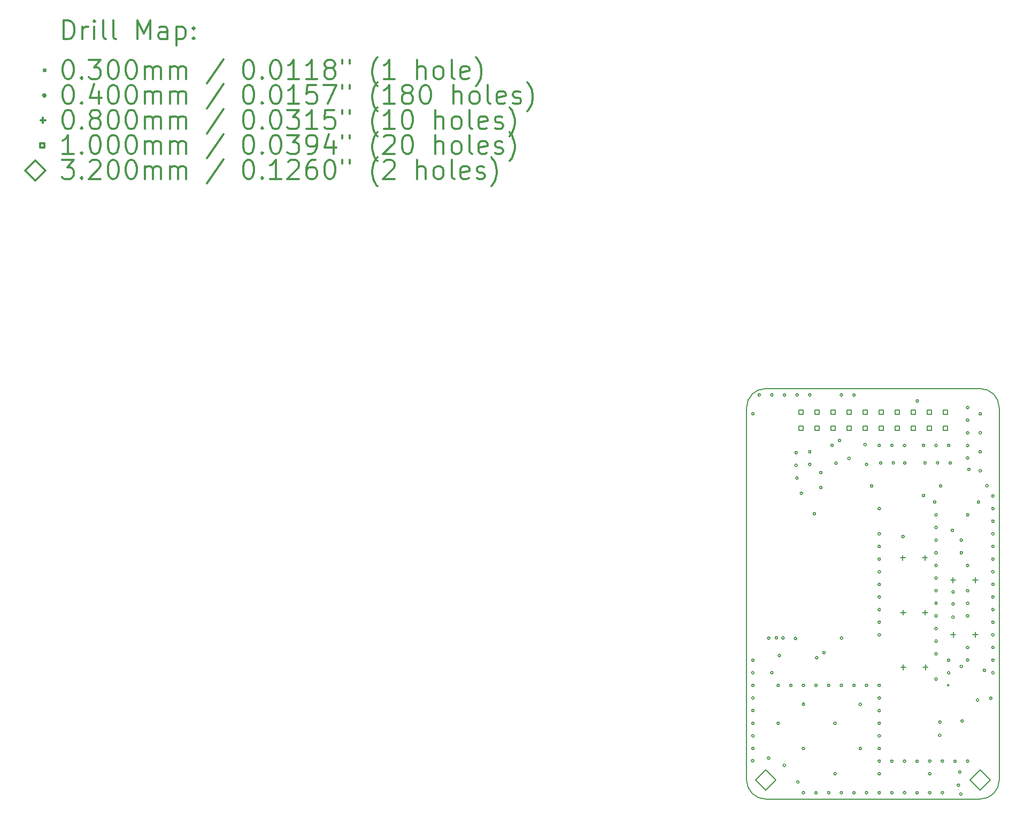
<source format=gbr>
%FSLAX45Y45*%
G04 Gerber Fmt 4.5, Leading zero omitted, Abs format (unit mm)*
G04 Created by KiCad (PCBNEW (5.1.10)-1) date 2022-01-19 13:12:00*
%MOMM*%
%LPD*%
G01*
G04 APERTURE LIST*
%TA.AperFunction,Profile*%
%ADD10C,0.150000*%
%TD*%
%ADD11C,0.200000*%
%ADD12C,0.300000*%
G04 APERTURE END LIST*
D10*
X-250000Y-6000000D02*
X1700000Y-6000000D01*
X-1200000Y-6000000D02*
X-250000Y-6000000D01*
X-1700000Y-6000000D02*
G75*
G02*
X-2000000Y-5700000I0J300000D01*
G01*
X2000000Y-5700000D02*
G75*
G02*
X1700000Y-6000000I-300000J0D01*
G01*
X1700000Y500000D02*
G75*
G02*
X2000000Y200000I0J-300000D01*
G01*
X-2000000Y200000D02*
G75*
G02*
X-1700000Y500000I300000J0D01*
G01*
X-2000000Y-5700000D02*
X-2000000Y200000D01*
X-1200000Y-6000000D02*
X-1700000Y-6000000D01*
X2000000Y200000D02*
X2000000Y-5700000D01*
X-1700000Y500000D02*
X1700000Y500000D01*
D11*
X1180578Y-4181080D02*
X1210578Y-4211080D01*
X1210578Y-4181080D02*
X1180578Y-4211080D01*
X-1883984Y-5393944D02*
G75*
G03*
X-1883984Y-5393944I-20000J0D01*
G01*
X-1880000Y100000D02*
G75*
G03*
X-1880000Y100000I-20000J0D01*
G01*
X-1880000Y-3800000D02*
G75*
G03*
X-1880000Y-3800000I-20000J0D01*
G01*
X-1880000Y-4000000D02*
G75*
G03*
X-1880000Y-4000000I-20000J0D01*
G01*
X-1880000Y-4200000D02*
G75*
G03*
X-1880000Y-4200000I-20000J0D01*
G01*
X-1880000Y-4400000D02*
G75*
G03*
X-1880000Y-4400000I-20000J0D01*
G01*
X-1880000Y-4600000D02*
G75*
G03*
X-1880000Y-4600000I-20000J0D01*
G01*
X-1880000Y-4800000D02*
G75*
G03*
X-1880000Y-4800000I-20000J0D01*
G01*
X-1880000Y-5000000D02*
G75*
G03*
X-1880000Y-5000000I-20000J0D01*
G01*
X-1880000Y-5200000D02*
G75*
G03*
X-1880000Y-5200000I-20000J0D01*
G01*
X-1780000Y400000D02*
G75*
G03*
X-1780000Y400000I-20000J0D01*
G01*
X-1630492Y-5352288D02*
G75*
G03*
X-1630492Y-5352288I-20000J0D01*
G01*
X-1628460Y-3452368D02*
G75*
G03*
X-1628460Y-3452368I-20000J0D01*
G01*
X-1580000Y400000D02*
G75*
G03*
X-1580000Y400000I-20000J0D01*
G01*
X-1580000Y-4000000D02*
G75*
G03*
X-1580000Y-4000000I-20000J0D01*
G01*
X-1507302Y-3448304D02*
G75*
G03*
X-1507302Y-3448304I-20000J0D01*
G01*
X-1480000Y-4200000D02*
G75*
G03*
X-1480000Y-4200000I-20000J0D01*
G01*
X-1480000Y-4800000D02*
G75*
G03*
X-1480000Y-4800000I-20000J0D01*
G01*
X-1461328Y-3728466D02*
G75*
G03*
X-1461328Y-3728466I-20000J0D01*
G01*
X-1403568Y-3448710D02*
G75*
G03*
X-1403568Y-3448710I-20000J0D01*
G01*
X-1383096Y-5466080D02*
G75*
G03*
X-1383096Y-5466080I-20000J0D01*
G01*
X-1380000Y400000D02*
G75*
G03*
X-1380000Y400000I-20000J0D01*
G01*
X-1280000Y-4200000D02*
G75*
G03*
X-1280000Y-4200000I-20000J0D01*
G01*
X-1205804Y-3458464D02*
G75*
G03*
X-1205804Y-3458464I-20000J0D01*
G01*
X-1196000Y-516000D02*
G75*
G03*
X-1196000Y-516000I-20000J0D01*
G01*
X-1196000Y-716000D02*
G75*
G03*
X-1196000Y-716000I-20000J0D01*
G01*
X-1183000Y-916000D02*
G75*
G03*
X-1183000Y-916000I-20000J0D01*
G01*
X-1180000Y400000D02*
G75*
G03*
X-1180000Y400000I-20000J0D01*
G01*
X-1168212Y-5729224D02*
G75*
G03*
X-1168212Y-5729224I-20000J0D01*
G01*
X-1111824Y-1158240D02*
G75*
G03*
X-1111824Y-1158240I-20000J0D01*
G01*
X-1080000Y-4200000D02*
G75*
G03*
X-1080000Y-4200000I-20000J0D01*
G01*
X-1080000Y-4500000D02*
G75*
G03*
X-1080000Y-4500000I-20000J0D01*
G01*
X-1080000Y-5200000D02*
G75*
G03*
X-1080000Y-5200000I-20000J0D01*
G01*
X-1080000Y-5900000D02*
G75*
G03*
X-1080000Y-5900000I-20000J0D01*
G01*
X-980000Y400000D02*
G75*
G03*
X-980000Y400000I-20000J0D01*
G01*
X-980000Y-500000D02*
G75*
G03*
X-980000Y-500000I-20000J0D01*
G01*
X-980000Y-700000D02*
G75*
G03*
X-980000Y-700000I-20000J0D01*
G01*
X-906084Y-1480820D02*
G75*
G03*
X-906084Y-1480820I-20000J0D01*
G01*
X-880000Y-4200000D02*
G75*
G03*
X-880000Y-4200000I-20000J0D01*
G01*
X-880000Y-5900000D02*
G75*
G03*
X-880000Y-5900000I-20000J0D01*
G01*
X-869790Y-3761712D02*
G75*
G03*
X-869790Y-3761712I-20000J0D01*
G01*
X-805500Y-1067308D02*
G75*
G03*
X-805500Y-1067308I-20000J0D01*
G01*
X-804484Y-830580D02*
G75*
G03*
X-804484Y-830580I-20000J0D01*
G01*
X-755716Y-3682492D02*
G75*
G03*
X-755716Y-3682492I-20000J0D01*
G01*
X-680000Y-4200000D02*
G75*
G03*
X-680000Y-4200000I-20000J0D01*
G01*
X-680000Y-5900000D02*
G75*
G03*
X-680000Y-5900000I-20000J0D01*
G01*
X-627700Y-396748D02*
G75*
G03*
X-627700Y-396748I-20000J0D01*
G01*
X-580000Y-4800000D02*
G75*
G03*
X-580000Y-4800000I-20000J0D01*
G01*
X-580000Y-5600000D02*
G75*
G03*
X-580000Y-5600000I-20000J0D01*
G01*
X-564708Y-679704D02*
G75*
G03*
X-564708Y-679704I-20000J0D01*
G01*
X-507812Y-323088D02*
G75*
G03*
X-507812Y-323088I-20000J0D01*
G01*
X-480000Y400000D02*
G75*
G03*
X-480000Y400000I-20000J0D01*
G01*
X-480000Y-4200000D02*
G75*
G03*
X-480000Y-4200000I-20000J0D01*
G01*
X-480000Y-5900000D02*
G75*
G03*
X-480000Y-5900000I-20000J0D01*
G01*
X-477332Y-3450844D02*
G75*
G03*
X-477332Y-3450844I-20000J0D01*
G01*
X-358460Y-606044D02*
G75*
G03*
X-358460Y-606044I-20000J0D01*
G01*
X-280000Y400000D02*
G75*
G03*
X-280000Y400000I-20000J0D01*
G01*
X-280000Y-4200000D02*
G75*
G03*
X-280000Y-4200000I-20000J0D01*
G01*
X-280000Y-5900000D02*
G75*
G03*
X-280000Y-5900000I-20000J0D01*
G01*
X-180000Y-4500000D02*
G75*
G03*
X-180000Y-4500000I-20000J0D01*
G01*
X-180000Y-5200000D02*
G75*
G03*
X-180000Y-5200000I-20000J0D01*
G01*
X-104460Y-385460D02*
G75*
G03*
X-104460Y-385460I-20000J0D01*
G01*
X-80000Y-700000D02*
G75*
G03*
X-80000Y-700000I-20000J0D01*
G01*
X-80000Y-4200000D02*
G75*
G03*
X-80000Y-4200000I-20000J0D01*
G01*
X-80000Y-5900000D02*
G75*
G03*
X-80000Y-5900000I-20000J0D01*
G01*
X-2000Y-1041000D02*
G75*
G03*
X-2000Y-1041000I-20000J0D01*
G01*
X120000Y-400000D02*
G75*
G03*
X120000Y-400000I-20000J0D01*
G01*
X120000Y-1400000D02*
G75*
G03*
X120000Y-1400000I-20000J0D01*
G01*
X120000Y-1800000D02*
G75*
G03*
X120000Y-1800000I-20000J0D01*
G01*
X120000Y-2000000D02*
G75*
G03*
X120000Y-2000000I-20000J0D01*
G01*
X120000Y-2200000D02*
G75*
G03*
X120000Y-2200000I-20000J0D01*
G01*
X120000Y-2400000D02*
G75*
G03*
X120000Y-2400000I-20000J0D01*
G01*
X120000Y-2600000D02*
G75*
G03*
X120000Y-2600000I-20000J0D01*
G01*
X120000Y-2800000D02*
G75*
G03*
X120000Y-2800000I-20000J0D01*
G01*
X120000Y-3000000D02*
G75*
G03*
X120000Y-3000000I-20000J0D01*
G01*
X120000Y-3200000D02*
G75*
G03*
X120000Y-3200000I-20000J0D01*
G01*
X120000Y-3400000D02*
G75*
G03*
X120000Y-3400000I-20000J0D01*
G01*
X120000Y-4200000D02*
G75*
G03*
X120000Y-4200000I-20000J0D01*
G01*
X120000Y-4400000D02*
G75*
G03*
X120000Y-4400000I-20000J0D01*
G01*
X120000Y-4600000D02*
G75*
G03*
X120000Y-4600000I-20000J0D01*
G01*
X120000Y-4800000D02*
G75*
G03*
X120000Y-4800000I-20000J0D01*
G01*
X120000Y-5000000D02*
G75*
G03*
X120000Y-5000000I-20000J0D01*
G01*
X120000Y-5200000D02*
G75*
G03*
X120000Y-5200000I-20000J0D01*
G01*
X120000Y-5400000D02*
G75*
G03*
X120000Y-5400000I-20000J0D01*
G01*
X120000Y-5600000D02*
G75*
G03*
X120000Y-5600000I-20000J0D01*
G01*
X120000Y-5900000D02*
G75*
G03*
X120000Y-5900000I-20000J0D01*
G01*
X144000Y-676000D02*
G75*
G03*
X144000Y-676000I-20000J0D01*
G01*
X320000Y-400000D02*
G75*
G03*
X320000Y-400000I-20000J0D01*
G01*
X320000Y-5400000D02*
G75*
G03*
X320000Y-5400000I-20000J0D01*
G01*
X320000Y-5900000D02*
G75*
G03*
X320000Y-5900000I-20000J0D01*
G01*
X344000Y-676000D02*
G75*
G03*
X344000Y-676000I-20000J0D01*
G01*
X497012Y-1843024D02*
G75*
G03*
X497012Y-1843024I-20000J0D01*
G01*
X520000Y-400000D02*
G75*
G03*
X520000Y-400000I-20000J0D01*
G01*
X520000Y-5400000D02*
G75*
G03*
X520000Y-5400000I-20000J0D01*
G01*
X520000Y-5900000D02*
G75*
G03*
X520000Y-5900000I-20000J0D01*
G01*
X525000Y-676000D02*
G75*
G03*
X525000Y-676000I-20000J0D01*
G01*
X720000Y-5400000D02*
G75*
G03*
X720000Y-5400000I-20000J0D01*
G01*
X720000Y-5900000D02*
G75*
G03*
X720000Y-5900000I-20000J0D01*
G01*
X722056Y304800D02*
G75*
G03*
X722056Y304800I-20000J0D01*
G01*
X820000Y-400000D02*
G75*
G03*
X820000Y-400000I-20000J0D01*
G01*
X822640Y-1193800D02*
G75*
G03*
X822640Y-1193800I-20000J0D01*
G01*
X844000Y-676000D02*
G75*
G03*
X844000Y-676000I-20000J0D01*
G01*
X920000Y-5400000D02*
G75*
G03*
X920000Y-5400000I-20000J0D01*
G01*
X920000Y-5600000D02*
G75*
G03*
X920000Y-5600000I-20000J0D01*
G01*
X920000Y-5900000D02*
G75*
G03*
X920000Y-5900000I-20000J0D01*
G01*
X999500Y-1294500D02*
G75*
G03*
X999500Y-1294500I-20000J0D01*
G01*
X1020000Y-400000D02*
G75*
G03*
X1020000Y-400000I-20000J0D01*
G01*
X1020000Y-1500000D02*
G75*
G03*
X1020000Y-1500000I-20000J0D01*
G01*
X1020000Y-1700000D02*
G75*
G03*
X1020000Y-1700000I-20000J0D01*
G01*
X1020000Y-1900000D02*
G75*
G03*
X1020000Y-1900000I-20000J0D01*
G01*
X1020000Y-2100000D02*
G75*
G03*
X1020000Y-2100000I-20000J0D01*
G01*
X1020000Y-2300000D02*
G75*
G03*
X1020000Y-2300000I-20000J0D01*
G01*
X1020000Y-2500000D02*
G75*
G03*
X1020000Y-2500000I-20000J0D01*
G01*
X1020000Y-2700000D02*
G75*
G03*
X1020000Y-2700000I-20000J0D01*
G01*
X1020000Y-2900000D02*
G75*
G03*
X1020000Y-2900000I-20000J0D01*
G01*
X1020000Y-3100000D02*
G75*
G03*
X1020000Y-3100000I-20000J0D01*
G01*
X1020000Y-3300000D02*
G75*
G03*
X1020000Y-3300000I-20000J0D01*
G01*
X1020000Y-3500000D02*
G75*
G03*
X1020000Y-3500000I-20000J0D01*
G01*
X1020000Y-3700000D02*
G75*
G03*
X1020000Y-3700000I-20000J0D01*
G01*
X1020000Y-4100000D02*
G75*
G03*
X1020000Y-4100000I-20000J0D01*
G01*
X1044000Y-676000D02*
G75*
G03*
X1044000Y-676000I-20000J0D01*
G01*
X1078164Y-4991100D02*
G75*
G03*
X1078164Y-4991100I-20000J0D01*
G01*
X1080958Y-4780788D02*
G75*
G03*
X1080958Y-4780788I-20000J0D01*
G01*
X1092000Y-1041000D02*
G75*
G03*
X1092000Y-1041000I-20000J0D01*
G01*
X1120000Y-5400000D02*
G75*
G03*
X1120000Y-5400000I-20000J0D01*
G01*
X1120000Y-5900000D02*
G75*
G03*
X1120000Y-5900000I-20000J0D01*
G01*
X1220000Y-400000D02*
G75*
G03*
X1220000Y-400000I-20000J0D01*
G01*
X1220000Y-3800000D02*
G75*
G03*
X1220000Y-3800000I-20000J0D01*
G01*
X1220000Y-4000000D02*
G75*
G03*
X1220000Y-4000000I-20000J0D01*
G01*
X1244000Y-676000D02*
G75*
G03*
X1244000Y-676000I-20000J0D01*
G01*
X1279000Y-1746000D02*
G75*
G03*
X1279000Y-1746000I-20000J0D01*
G01*
X1290000Y-2720000D02*
G75*
G03*
X1290000Y-2720000I-20000J0D01*
G01*
X1290000Y-2910000D02*
G75*
G03*
X1290000Y-2910000I-20000J0D01*
G01*
X1290000Y-3120000D02*
G75*
G03*
X1290000Y-3120000I-20000J0D01*
G01*
X1320000Y-5400000D02*
G75*
G03*
X1320000Y-5400000I-20000J0D01*
G01*
X1373820Y-5781040D02*
G75*
G03*
X1373820Y-5781040I-20000J0D01*
G01*
X1396680Y-5573776D02*
G75*
G03*
X1396680Y-5573776I-20000J0D01*
G01*
X1412936Y-5923280D02*
G75*
G03*
X1412936Y-5923280I-20000J0D01*
G01*
X1420000Y-1900000D02*
G75*
G03*
X1420000Y-1900000I-20000J0D01*
G01*
X1420000Y-2100000D02*
G75*
G03*
X1420000Y-2100000I-20000J0D01*
G01*
X1420000Y-3900000D02*
G75*
G03*
X1420000Y-3900000I-20000J0D01*
G01*
X1433764Y-4763516D02*
G75*
G03*
X1433764Y-4763516I-20000J0D01*
G01*
X1520000Y200000D02*
G75*
G03*
X1520000Y200000I-20000J0D01*
G01*
X1520000Y0D02*
G75*
G03*
X1520000Y0I-20000J0D01*
G01*
X1520000Y-200000D02*
G75*
G03*
X1520000Y-200000I-20000J0D01*
G01*
X1520000Y-400000D02*
G75*
G03*
X1520000Y-400000I-20000J0D01*
G01*
X1520000Y-600000D02*
G75*
G03*
X1520000Y-600000I-20000J0D01*
G01*
X1520000Y-2300000D02*
G75*
G03*
X1520000Y-2300000I-20000J0D01*
G01*
X1520000Y-2700000D02*
G75*
G03*
X1520000Y-2700000I-20000J0D01*
G01*
X1520000Y-2900000D02*
G75*
G03*
X1520000Y-2900000I-20000J0D01*
G01*
X1520000Y-3100000D02*
G75*
G03*
X1520000Y-3100000I-20000J0D01*
G01*
X1520000Y-3600000D02*
G75*
G03*
X1520000Y-3600000I-20000J0D01*
G01*
X1520000Y-3800000D02*
G75*
G03*
X1520000Y-3800000I-20000J0D01*
G01*
X1520000Y-5400000D02*
G75*
G03*
X1520000Y-5400000I-20000J0D01*
G01*
X1521146Y-1498854D02*
G75*
G03*
X1521146Y-1498854I-20000J0D01*
G01*
X1541500Y-778500D02*
G75*
G03*
X1541500Y-778500I-20000J0D01*
G01*
X1677096Y-4432300D02*
G75*
G03*
X1677096Y-4432300I-20000J0D01*
G01*
X1691000Y-1296000D02*
G75*
G03*
X1691000Y-1296000I-20000J0D01*
G01*
X1720000Y100000D02*
G75*
G03*
X1720000Y100000I-20000J0D01*
G01*
X1720000Y-200000D02*
G75*
G03*
X1720000Y-200000I-20000J0D01*
G01*
X1720000Y-500000D02*
G75*
G03*
X1720000Y-500000I-20000J0D01*
G01*
X1720000Y-800000D02*
G75*
G03*
X1720000Y-800000I-20000J0D01*
G01*
X1784792Y-3961384D02*
G75*
G03*
X1784792Y-3961384I-20000J0D01*
G01*
X1826000Y-1038000D02*
G75*
G03*
X1826000Y-1038000I-20000J0D01*
G01*
X1888424Y-4404868D02*
G75*
G03*
X1888424Y-4404868I-20000J0D01*
G01*
X1920000Y-1200000D02*
G75*
G03*
X1920000Y-1200000I-20000J0D01*
G01*
X1920000Y-1400000D02*
G75*
G03*
X1920000Y-1400000I-20000J0D01*
G01*
X1920000Y-1600000D02*
G75*
G03*
X1920000Y-1600000I-20000J0D01*
G01*
X1920000Y-1800000D02*
G75*
G03*
X1920000Y-1800000I-20000J0D01*
G01*
X1920000Y-2000000D02*
G75*
G03*
X1920000Y-2000000I-20000J0D01*
G01*
X1920000Y-2200000D02*
G75*
G03*
X1920000Y-2200000I-20000J0D01*
G01*
X1920000Y-2400000D02*
G75*
G03*
X1920000Y-2400000I-20000J0D01*
G01*
X1920000Y-2600000D02*
G75*
G03*
X1920000Y-2600000I-20000J0D01*
G01*
X1920000Y-2800000D02*
G75*
G03*
X1920000Y-2800000I-20000J0D01*
G01*
X1920000Y-3000000D02*
G75*
G03*
X1920000Y-3000000I-20000J0D01*
G01*
X1920000Y-3200000D02*
G75*
G03*
X1920000Y-3200000I-20000J0D01*
G01*
X1920000Y-3400000D02*
G75*
G03*
X1920000Y-3400000I-20000J0D01*
G01*
X1920000Y-3600000D02*
G75*
G03*
X1920000Y-3600000I-20000J0D01*
G01*
X1920000Y-3800000D02*
G75*
G03*
X1920000Y-3800000I-20000J0D01*
G01*
X1920000Y-4000000D02*
G75*
G03*
X1920000Y-4000000I-20000J0D01*
G01*
X473976Y-2139828D02*
X473976Y-2219828D01*
X433976Y-2179828D02*
X513976Y-2179828D01*
X478040Y-3005714D02*
X478040Y-3085714D01*
X438040Y-3045714D02*
X518040Y-3045714D01*
X481584Y-3871600D02*
X481584Y-3951600D01*
X441584Y-3911600D02*
X521584Y-3911600D01*
X823976Y-2139828D02*
X823976Y-2219828D01*
X783976Y-2179828D02*
X863976Y-2179828D01*
X828040Y-3005714D02*
X828040Y-3085714D01*
X788040Y-3045714D02*
X868040Y-3045714D01*
X831584Y-3871600D02*
X831584Y-3951600D01*
X791584Y-3911600D02*
X871584Y-3911600D01*
X1270254Y-2491872D02*
X1270254Y-2571872D01*
X1230254Y-2531872D02*
X1310254Y-2531872D01*
X1272286Y-3356234D02*
X1272286Y-3436234D01*
X1232286Y-3396234D02*
X1312286Y-3396234D01*
X1620254Y-2491872D02*
X1620254Y-2571872D01*
X1580254Y-2531872D02*
X1660254Y-2531872D01*
X1622286Y-3356234D02*
X1622286Y-3436234D01*
X1582286Y-3396234D02*
X1662286Y-3396234D01*
X-1105104Y89104D02*
X-1105104Y159816D01*
X-1175816Y159816D01*
X-1175816Y89104D01*
X-1105104Y89104D01*
X-1105104Y-164896D02*
X-1105104Y-94184D01*
X-1175816Y-94184D01*
X-1175816Y-164896D01*
X-1105104Y-164896D01*
X-851104Y89104D02*
X-851104Y159816D01*
X-921816Y159816D01*
X-921816Y89104D01*
X-851104Y89104D01*
X-851104Y-164896D02*
X-851104Y-94184D01*
X-921816Y-94184D01*
X-921816Y-164896D01*
X-851104Y-164896D01*
X-597104Y89104D02*
X-597104Y159816D01*
X-667816Y159816D01*
X-667816Y89104D01*
X-597104Y89104D01*
X-597104Y-164896D02*
X-597104Y-94184D01*
X-667816Y-94184D01*
X-667816Y-164896D01*
X-597104Y-164896D01*
X-343104Y89104D02*
X-343104Y159816D01*
X-413816Y159816D01*
X-413816Y89104D01*
X-343104Y89104D01*
X-343104Y-164896D02*
X-343104Y-94184D01*
X-413816Y-94184D01*
X-413816Y-164896D01*
X-343104Y-164896D01*
X-89104Y89104D02*
X-89104Y159816D01*
X-159816Y159816D01*
X-159816Y89104D01*
X-89104Y89104D01*
X-89104Y-164896D02*
X-89104Y-94184D01*
X-159816Y-94184D01*
X-159816Y-164896D01*
X-89104Y-164896D01*
X164896Y89104D02*
X164896Y159816D01*
X94184Y159816D01*
X94184Y89104D01*
X164896Y89104D01*
X164896Y-164896D02*
X164896Y-94184D01*
X94184Y-94184D01*
X94184Y-164896D01*
X164896Y-164896D01*
X418896Y89104D02*
X418896Y159816D01*
X348184Y159816D01*
X348184Y89104D01*
X418896Y89104D01*
X418896Y-164896D02*
X418896Y-94184D01*
X348184Y-94184D01*
X348184Y-164896D01*
X418896Y-164896D01*
X672896Y89104D02*
X672896Y159816D01*
X602184Y159816D01*
X602184Y89104D01*
X672896Y89104D01*
X672896Y-164896D02*
X672896Y-94184D01*
X602184Y-94184D01*
X602184Y-164896D01*
X672896Y-164896D01*
X926896Y89104D02*
X926896Y159816D01*
X856184Y159816D01*
X856184Y89104D01*
X926896Y89104D01*
X926896Y-164896D02*
X926896Y-94184D01*
X856184Y-94184D01*
X856184Y-164896D01*
X926896Y-164896D01*
X1180896Y89104D02*
X1180896Y159816D01*
X1110184Y159816D01*
X1110184Y89104D01*
X1180896Y89104D01*
X1180896Y-164896D02*
X1180896Y-94184D01*
X1110184Y-94184D01*
X1110184Y-164896D01*
X1180896Y-164896D01*
X-1700000Y-5860000D02*
X-1540000Y-5700000D01*
X-1700000Y-5540000D01*
X-1860000Y-5700000D01*
X-1700000Y-5860000D01*
X1700000Y-5860000D02*
X1860000Y-5700000D01*
X1700000Y-5540000D01*
X1540000Y-5700000D01*
X1700000Y-5860000D01*
D12*
X-12813571Y6034286D02*
X-12813571Y6334286D01*
X-12742143Y6334286D01*
X-12699286Y6320000D01*
X-12670714Y6291429D01*
X-12656429Y6262857D01*
X-12642143Y6205714D01*
X-12642143Y6162857D01*
X-12656429Y6105714D01*
X-12670714Y6077143D01*
X-12699286Y6048571D01*
X-12742143Y6034286D01*
X-12813571Y6034286D01*
X-12513571Y6034286D02*
X-12513571Y6234286D01*
X-12513571Y6177143D02*
X-12499286Y6205714D01*
X-12485000Y6220000D01*
X-12456429Y6234286D01*
X-12427857Y6234286D01*
X-12327857Y6034286D02*
X-12327857Y6234286D01*
X-12327857Y6334286D02*
X-12342143Y6320000D01*
X-12327857Y6305714D01*
X-12313571Y6320000D01*
X-12327857Y6334286D01*
X-12327857Y6305714D01*
X-12142143Y6034286D02*
X-12170714Y6048571D01*
X-12185000Y6077143D01*
X-12185000Y6334286D01*
X-11985000Y6034286D02*
X-12013571Y6048571D01*
X-12027857Y6077143D01*
X-12027857Y6334286D01*
X-11642143Y6034286D02*
X-11642143Y6334286D01*
X-11542143Y6120000D01*
X-11442143Y6334286D01*
X-11442143Y6034286D01*
X-11170714Y6034286D02*
X-11170714Y6191429D01*
X-11185000Y6220000D01*
X-11213571Y6234286D01*
X-11270714Y6234286D01*
X-11299286Y6220000D01*
X-11170714Y6048571D02*
X-11199286Y6034286D01*
X-11270714Y6034286D01*
X-11299286Y6048571D01*
X-11313571Y6077143D01*
X-11313571Y6105714D01*
X-11299286Y6134286D01*
X-11270714Y6148571D01*
X-11199286Y6148571D01*
X-11170714Y6162857D01*
X-11027857Y6234286D02*
X-11027857Y5934286D01*
X-11027857Y6220000D02*
X-10999286Y6234286D01*
X-10942143Y6234286D01*
X-10913572Y6220000D01*
X-10899286Y6205714D01*
X-10885000Y6177143D01*
X-10885000Y6091429D01*
X-10899286Y6062857D01*
X-10913572Y6048571D01*
X-10942143Y6034286D01*
X-10999286Y6034286D01*
X-11027857Y6048571D01*
X-10756429Y6062857D02*
X-10742143Y6048571D01*
X-10756429Y6034286D01*
X-10770714Y6048571D01*
X-10756429Y6062857D01*
X-10756429Y6034286D01*
X-10756429Y6220000D02*
X-10742143Y6205714D01*
X-10756429Y6191429D01*
X-10770714Y6205714D01*
X-10756429Y6220000D01*
X-10756429Y6191429D01*
X-13130000Y5555000D02*
X-13100000Y5525000D01*
X-13100000Y5555000D02*
X-13130000Y5525000D01*
X-12756429Y5704286D02*
X-12727857Y5704286D01*
X-12699286Y5690000D01*
X-12685000Y5675714D01*
X-12670714Y5647143D01*
X-12656429Y5590000D01*
X-12656429Y5518572D01*
X-12670714Y5461429D01*
X-12685000Y5432857D01*
X-12699286Y5418572D01*
X-12727857Y5404286D01*
X-12756429Y5404286D01*
X-12785000Y5418572D01*
X-12799286Y5432857D01*
X-12813571Y5461429D01*
X-12827857Y5518572D01*
X-12827857Y5590000D01*
X-12813571Y5647143D01*
X-12799286Y5675714D01*
X-12785000Y5690000D01*
X-12756429Y5704286D01*
X-12527857Y5432857D02*
X-12513571Y5418572D01*
X-12527857Y5404286D01*
X-12542143Y5418572D01*
X-12527857Y5432857D01*
X-12527857Y5404286D01*
X-12413571Y5704286D02*
X-12227857Y5704286D01*
X-12327857Y5590000D01*
X-12285000Y5590000D01*
X-12256429Y5575714D01*
X-12242143Y5561429D01*
X-12227857Y5532857D01*
X-12227857Y5461429D01*
X-12242143Y5432857D01*
X-12256429Y5418572D01*
X-12285000Y5404286D01*
X-12370714Y5404286D01*
X-12399286Y5418572D01*
X-12413571Y5432857D01*
X-12042143Y5704286D02*
X-12013571Y5704286D01*
X-11985000Y5690000D01*
X-11970714Y5675714D01*
X-11956429Y5647143D01*
X-11942143Y5590000D01*
X-11942143Y5518572D01*
X-11956429Y5461429D01*
X-11970714Y5432857D01*
X-11985000Y5418572D01*
X-12013571Y5404286D01*
X-12042143Y5404286D01*
X-12070714Y5418572D01*
X-12085000Y5432857D01*
X-12099286Y5461429D01*
X-12113571Y5518572D01*
X-12113571Y5590000D01*
X-12099286Y5647143D01*
X-12085000Y5675714D01*
X-12070714Y5690000D01*
X-12042143Y5704286D01*
X-11756429Y5704286D02*
X-11727857Y5704286D01*
X-11699286Y5690000D01*
X-11685000Y5675714D01*
X-11670714Y5647143D01*
X-11656429Y5590000D01*
X-11656429Y5518572D01*
X-11670714Y5461429D01*
X-11685000Y5432857D01*
X-11699286Y5418572D01*
X-11727857Y5404286D01*
X-11756429Y5404286D01*
X-11785000Y5418572D01*
X-11799286Y5432857D01*
X-11813571Y5461429D01*
X-11827857Y5518572D01*
X-11827857Y5590000D01*
X-11813571Y5647143D01*
X-11799286Y5675714D01*
X-11785000Y5690000D01*
X-11756429Y5704286D01*
X-11527857Y5404286D02*
X-11527857Y5604286D01*
X-11527857Y5575714D02*
X-11513571Y5590000D01*
X-11485000Y5604286D01*
X-11442143Y5604286D01*
X-11413571Y5590000D01*
X-11399286Y5561429D01*
X-11399286Y5404286D01*
X-11399286Y5561429D02*
X-11385000Y5590000D01*
X-11356429Y5604286D01*
X-11313571Y5604286D01*
X-11285000Y5590000D01*
X-11270714Y5561429D01*
X-11270714Y5404286D01*
X-11127857Y5404286D02*
X-11127857Y5604286D01*
X-11127857Y5575714D02*
X-11113572Y5590000D01*
X-11085000Y5604286D01*
X-11042143Y5604286D01*
X-11013572Y5590000D01*
X-10999286Y5561429D01*
X-10999286Y5404286D01*
X-10999286Y5561429D02*
X-10985000Y5590000D01*
X-10956429Y5604286D01*
X-10913572Y5604286D01*
X-10885000Y5590000D01*
X-10870714Y5561429D01*
X-10870714Y5404286D01*
X-10285000Y5718571D02*
X-10542143Y5332857D01*
X-9899286Y5704286D02*
X-9870714Y5704286D01*
X-9842143Y5690000D01*
X-9827857Y5675714D01*
X-9813572Y5647143D01*
X-9799286Y5590000D01*
X-9799286Y5518572D01*
X-9813572Y5461429D01*
X-9827857Y5432857D01*
X-9842143Y5418572D01*
X-9870714Y5404286D01*
X-9899286Y5404286D01*
X-9927857Y5418572D01*
X-9942143Y5432857D01*
X-9956429Y5461429D01*
X-9970714Y5518572D01*
X-9970714Y5590000D01*
X-9956429Y5647143D01*
X-9942143Y5675714D01*
X-9927857Y5690000D01*
X-9899286Y5704286D01*
X-9670714Y5432857D02*
X-9656429Y5418572D01*
X-9670714Y5404286D01*
X-9685000Y5418572D01*
X-9670714Y5432857D01*
X-9670714Y5404286D01*
X-9470714Y5704286D02*
X-9442143Y5704286D01*
X-9413572Y5690000D01*
X-9399286Y5675714D01*
X-9385000Y5647143D01*
X-9370714Y5590000D01*
X-9370714Y5518572D01*
X-9385000Y5461429D01*
X-9399286Y5432857D01*
X-9413572Y5418572D01*
X-9442143Y5404286D01*
X-9470714Y5404286D01*
X-9499286Y5418572D01*
X-9513572Y5432857D01*
X-9527857Y5461429D01*
X-9542143Y5518572D01*
X-9542143Y5590000D01*
X-9527857Y5647143D01*
X-9513572Y5675714D01*
X-9499286Y5690000D01*
X-9470714Y5704286D01*
X-9085000Y5404286D02*
X-9256429Y5404286D01*
X-9170714Y5404286D02*
X-9170714Y5704286D01*
X-9199286Y5661429D01*
X-9227857Y5632857D01*
X-9256429Y5618571D01*
X-8799286Y5404286D02*
X-8970714Y5404286D01*
X-8885000Y5404286D02*
X-8885000Y5704286D01*
X-8913572Y5661429D01*
X-8942143Y5632857D01*
X-8970714Y5618571D01*
X-8627857Y5575714D02*
X-8656429Y5590000D01*
X-8670714Y5604286D01*
X-8685000Y5632857D01*
X-8685000Y5647143D01*
X-8670714Y5675714D01*
X-8656429Y5690000D01*
X-8627857Y5704286D01*
X-8570714Y5704286D01*
X-8542143Y5690000D01*
X-8527857Y5675714D01*
X-8513572Y5647143D01*
X-8513572Y5632857D01*
X-8527857Y5604286D01*
X-8542143Y5590000D01*
X-8570714Y5575714D01*
X-8627857Y5575714D01*
X-8656429Y5561429D01*
X-8670714Y5547143D01*
X-8685000Y5518572D01*
X-8685000Y5461429D01*
X-8670714Y5432857D01*
X-8656429Y5418572D01*
X-8627857Y5404286D01*
X-8570714Y5404286D01*
X-8542143Y5418572D01*
X-8527857Y5432857D01*
X-8513572Y5461429D01*
X-8513572Y5518572D01*
X-8527857Y5547143D01*
X-8542143Y5561429D01*
X-8570714Y5575714D01*
X-8399286Y5704286D02*
X-8399286Y5647143D01*
X-8285000Y5704286D02*
X-8285000Y5647143D01*
X-7842143Y5290000D02*
X-7856429Y5304286D01*
X-7885000Y5347143D01*
X-7899286Y5375714D01*
X-7913571Y5418572D01*
X-7927857Y5490000D01*
X-7927857Y5547143D01*
X-7913571Y5618571D01*
X-7899286Y5661429D01*
X-7885000Y5690000D01*
X-7856429Y5732857D01*
X-7842143Y5747143D01*
X-7570714Y5404286D02*
X-7742143Y5404286D01*
X-7656429Y5404286D02*
X-7656429Y5704286D01*
X-7685000Y5661429D01*
X-7713571Y5632857D01*
X-7742143Y5618571D01*
X-7213571Y5404286D02*
X-7213571Y5704286D01*
X-7085000Y5404286D02*
X-7085000Y5561429D01*
X-7099286Y5590000D01*
X-7127857Y5604286D01*
X-7170714Y5604286D01*
X-7199286Y5590000D01*
X-7213571Y5575714D01*
X-6899286Y5404286D02*
X-6927857Y5418572D01*
X-6942143Y5432857D01*
X-6956429Y5461429D01*
X-6956429Y5547143D01*
X-6942143Y5575714D01*
X-6927857Y5590000D01*
X-6899286Y5604286D01*
X-6856429Y5604286D01*
X-6827857Y5590000D01*
X-6813571Y5575714D01*
X-6799286Y5547143D01*
X-6799286Y5461429D01*
X-6813571Y5432857D01*
X-6827857Y5418572D01*
X-6856429Y5404286D01*
X-6899286Y5404286D01*
X-6627857Y5404286D02*
X-6656429Y5418572D01*
X-6670714Y5447143D01*
X-6670714Y5704286D01*
X-6399286Y5418572D02*
X-6427857Y5404286D01*
X-6485000Y5404286D01*
X-6513571Y5418572D01*
X-6527857Y5447143D01*
X-6527857Y5561429D01*
X-6513571Y5590000D01*
X-6485000Y5604286D01*
X-6427857Y5604286D01*
X-6399286Y5590000D01*
X-6385000Y5561429D01*
X-6385000Y5532857D01*
X-6527857Y5504286D01*
X-6285000Y5290000D02*
X-6270714Y5304286D01*
X-6242143Y5347143D01*
X-6227857Y5375714D01*
X-6213571Y5418572D01*
X-6199286Y5490000D01*
X-6199286Y5547143D01*
X-6213571Y5618571D01*
X-6227857Y5661429D01*
X-6242143Y5690000D01*
X-6270714Y5732857D01*
X-6285000Y5747143D01*
X-13100000Y5144000D02*
G75*
G03*
X-13100000Y5144000I-20000J0D01*
G01*
X-12756429Y5308286D02*
X-12727857Y5308286D01*
X-12699286Y5294000D01*
X-12685000Y5279714D01*
X-12670714Y5251143D01*
X-12656429Y5194000D01*
X-12656429Y5122572D01*
X-12670714Y5065429D01*
X-12685000Y5036857D01*
X-12699286Y5022572D01*
X-12727857Y5008286D01*
X-12756429Y5008286D01*
X-12785000Y5022572D01*
X-12799286Y5036857D01*
X-12813571Y5065429D01*
X-12827857Y5122572D01*
X-12827857Y5194000D01*
X-12813571Y5251143D01*
X-12799286Y5279714D01*
X-12785000Y5294000D01*
X-12756429Y5308286D01*
X-12527857Y5036857D02*
X-12513571Y5022572D01*
X-12527857Y5008286D01*
X-12542143Y5022572D01*
X-12527857Y5036857D01*
X-12527857Y5008286D01*
X-12256429Y5208286D02*
X-12256429Y5008286D01*
X-12327857Y5322572D02*
X-12399286Y5108286D01*
X-12213571Y5108286D01*
X-12042143Y5308286D02*
X-12013571Y5308286D01*
X-11985000Y5294000D01*
X-11970714Y5279714D01*
X-11956429Y5251143D01*
X-11942143Y5194000D01*
X-11942143Y5122572D01*
X-11956429Y5065429D01*
X-11970714Y5036857D01*
X-11985000Y5022572D01*
X-12013571Y5008286D01*
X-12042143Y5008286D01*
X-12070714Y5022572D01*
X-12085000Y5036857D01*
X-12099286Y5065429D01*
X-12113571Y5122572D01*
X-12113571Y5194000D01*
X-12099286Y5251143D01*
X-12085000Y5279714D01*
X-12070714Y5294000D01*
X-12042143Y5308286D01*
X-11756429Y5308286D02*
X-11727857Y5308286D01*
X-11699286Y5294000D01*
X-11685000Y5279714D01*
X-11670714Y5251143D01*
X-11656429Y5194000D01*
X-11656429Y5122572D01*
X-11670714Y5065429D01*
X-11685000Y5036857D01*
X-11699286Y5022572D01*
X-11727857Y5008286D01*
X-11756429Y5008286D01*
X-11785000Y5022572D01*
X-11799286Y5036857D01*
X-11813571Y5065429D01*
X-11827857Y5122572D01*
X-11827857Y5194000D01*
X-11813571Y5251143D01*
X-11799286Y5279714D01*
X-11785000Y5294000D01*
X-11756429Y5308286D01*
X-11527857Y5008286D02*
X-11527857Y5208286D01*
X-11527857Y5179714D02*
X-11513571Y5194000D01*
X-11485000Y5208286D01*
X-11442143Y5208286D01*
X-11413571Y5194000D01*
X-11399286Y5165429D01*
X-11399286Y5008286D01*
X-11399286Y5165429D02*
X-11385000Y5194000D01*
X-11356429Y5208286D01*
X-11313571Y5208286D01*
X-11285000Y5194000D01*
X-11270714Y5165429D01*
X-11270714Y5008286D01*
X-11127857Y5008286D02*
X-11127857Y5208286D01*
X-11127857Y5179714D02*
X-11113572Y5194000D01*
X-11085000Y5208286D01*
X-11042143Y5208286D01*
X-11013572Y5194000D01*
X-10999286Y5165429D01*
X-10999286Y5008286D01*
X-10999286Y5165429D02*
X-10985000Y5194000D01*
X-10956429Y5208286D01*
X-10913572Y5208286D01*
X-10885000Y5194000D01*
X-10870714Y5165429D01*
X-10870714Y5008286D01*
X-10285000Y5322572D02*
X-10542143Y4936857D01*
X-9899286Y5308286D02*
X-9870714Y5308286D01*
X-9842143Y5294000D01*
X-9827857Y5279714D01*
X-9813572Y5251143D01*
X-9799286Y5194000D01*
X-9799286Y5122572D01*
X-9813572Y5065429D01*
X-9827857Y5036857D01*
X-9842143Y5022572D01*
X-9870714Y5008286D01*
X-9899286Y5008286D01*
X-9927857Y5022572D01*
X-9942143Y5036857D01*
X-9956429Y5065429D01*
X-9970714Y5122572D01*
X-9970714Y5194000D01*
X-9956429Y5251143D01*
X-9942143Y5279714D01*
X-9927857Y5294000D01*
X-9899286Y5308286D01*
X-9670714Y5036857D02*
X-9656429Y5022572D01*
X-9670714Y5008286D01*
X-9685000Y5022572D01*
X-9670714Y5036857D01*
X-9670714Y5008286D01*
X-9470714Y5308286D02*
X-9442143Y5308286D01*
X-9413572Y5294000D01*
X-9399286Y5279714D01*
X-9385000Y5251143D01*
X-9370714Y5194000D01*
X-9370714Y5122572D01*
X-9385000Y5065429D01*
X-9399286Y5036857D01*
X-9413572Y5022572D01*
X-9442143Y5008286D01*
X-9470714Y5008286D01*
X-9499286Y5022572D01*
X-9513572Y5036857D01*
X-9527857Y5065429D01*
X-9542143Y5122572D01*
X-9542143Y5194000D01*
X-9527857Y5251143D01*
X-9513572Y5279714D01*
X-9499286Y5294000D01*
X-9470714Y5308286D01*
X-9085000Y5008286D02*
X-9256429Y5008286D01*
X-9170714Y5008286D02*
X-9170714Y5308286D01*
X-9199286Y5265429D01*
X-9227857Y5236857D01*
X-9256429Y5222572D01*
X-8813572Y5308286D02*
X-8956429Y5308286D01*
X-8970714Y5165429D01*
X-8956429Y5179714D01*
X-8927857Y5194000D01*
X-8856429Y5194000D01*
X-8827857Y5179714D01*
X-8813572Y5165429D01*
X-8799286Y5136857D01*
X-8799286Y5065429D01*
X-8813572Y5036857D01*
X-8827857Y5022572D01*
X-8856429Y5008286D01*
X-8927857Y5008286D01*
X-8956429Y5022572D01*
X-8970714Y5036857D01*
X-8699286Y5308286D02*
X-8499286Y5308286D01*
X-8627857Y5008286D01*
X-8399286Y5308286D02*
X-8399286Y5251143D01*
X-8285000Y5308286D02*
X-8285000Y5251143D01*
X-7842143Y4894000D02*
X-7856429Y4908286D01*
X-7885000Y4951143D01*
X-7899286Y4979714D01*
X-7913571Y5022572D01*
X-7927857Y5094000D01*
X-7927857Y5151143D01*
X-7913571Y5222572D01*
X-7899286Y5265429D01*
X-7885000Y5294000D01*
X-7856429Y5336857D01*
X-7842143Y5351143D01*
X-7570714Y5008286D02*
X-7742143Y5008286D01*
X-7656429Y5008286D02*
X-7656429Y5308286D01*
X-7685000Y5265429D01*
X-7713571Y5236857D01*
X-7742143Y5222572D01*
X-7399286Y5179714D02*
X-7427857Y5194000D01*
X-7442143Y5208286D01*
X-7456429Y5236857D01*
X-7456429Y5251143D01*
X-7442143Y5279714D01*
X-7427857Y5294000D01*
X-7399286Y5308286D01*
X-7342143Y5308286D01*
X-7313571Y5294000D01*
X-7299286Y5279714D01*
X-7285000Y5251143D01*
X-7285000Y5236857D01*
X-7299286Y5208286D01*
X-7313571Y5194000D01*
X-7342143Y5179714D01*
X-7399286Y5179714D01*
X-7427857Y5165429D01*
X-7442143Y5151143D01*
X-7456429Y5122572D01*
X-7456429Y5065429D01*
X-7442143Y5036857D01*
X-7427857Y5022572D01*
X-7399286Y5008286D01*
X-7342143Y5008286D01*
X-7313571Y5022572D01*
X-7299286Y5036857D01*
X-7285000Y5065429D01*
X-7285000Y5122572D01*
X-7299286Y5151143D01*
X-7313571Y5165429D01*
X-7342143Y5179714D01*
X-7099286Y5308286D02*
X-7070714Y5308286D01*
X-7042143Y5294000D01*
X-7027857Y5279714D01*
X-7013571Y5251143D01*
X-6999286Y5194000D01*
X-6999286Y5122572D01*
X-7013571Y5065429D01*
X-7027857Y5036857D01*
X-7042143Y5022572D01*
X-7070714Y5008286D01*
X-7099286Y5008286D01*
X-7127857Y5022572D01*
X-7142143Y5036857D01*
X-7156429Y5065429D01*
X-7170714Y5122572D01*
X-7170714Y5194000D01*
X-7156429Y5251143D01*
X-7142143Y5279714D01*
X-7127857Y5294000D01*
X-7099286Y5308286D01*
X-6642143Y5008286D02*
X-6642143Y5308286D01*
X-6513571Y5008286D02*
X-6513571Y5165429D01*
X-6527857Y5194000D01*
X-6556429Y5208286D01*
X-6599286Y5208286D01*
X-6627857Y5194000D01*
X-6642143Y5179714D01*
X-6327857Y5008286D02*
X-6356429Y5022572D01*
X-6370714Y5036857D01*
X-6385000Y5065429D01*
X-6385000Y5151143D01*
X-6370714Y5179714D01*
X-6356429Y5194000D01*
X-6327857Y5208286D01*
X-6285000Y5208286D01*
X-6256429Y5194000D01*
X-6242143Y5179714D01*
X-6227857Y5151143D01*
X-6227857Y5065429D01*
X-6242143Y5036857D01*
X-6256429Y5022572D01*
X-6285000Y5008286D01*
X-6327857Y5008286D01*
X-6056429Y5008286D02*
X-6085000Y5022572D01*
X-6099286Y5051143D01*
X-6099286Y5308286D01*
X-5827857Y5022572D02*
X-5856429Y5008286D01*
X-5913571Y5008286D01*
X-5942143Y5022572D01*
X-5956429Y5051143D01*
X-5956429Y5165429D01*
X-5942143Y5194000D01*
X-5913571Y5208286D01*
X-5856429Y5208286D01*
X-5827857Y5194000D01*
X-5813571Y5165429D01*
X-5813571Y5136857D01*
X-5956429Y5108286D01*
X-5699286Y5022572D02*
X-5670714Y5008286D01*
X-5613571Y5008286D01*
X-5585000Y5022572D01*
X-5570714Y5051143D01*
X-5570714Y5065429D01*
X-5585000Y5094000D01*
X-5613571Y5108286D01*
X-5656429Y5108286D01*
X-5685000Y5122572D01*
X-5699286Y5151143D01*
X-5699286Y5165429D01*
X-5685000Y5194000D01*
X-5656429Y5208286D01*
X-5613571Y5208286D01*
X-5585000Y5194000D01*
X-5470714Y4894000D02*
X-5456429Y4908286D01*
X-5427857Y4951143D01*
X-5413572Y4979714D01*
X-5399286Y5022572D01*
X-5385000Y5094000D01*
X-5385000Y5151143D01*
X-5399286Y5222572D01*
X-5413572Y5265429D01*
X-5427857Y5294000D01*
X-5456429Y5336857D01*
X-5470714Y5351143D01*
X-13140000Y4788000D02*
X-13140000Y4708000D01*
X-13180000Y4748000D02*
X-13100000Y4748000D01*
X-12756429Y4912286D02*
X-12727857Y4912286D01*
X-12699286Y4898000D01*
X-12685000Y4883714D01*
X-12670714Y4855143D01*
X-12656429Y4798000D01*
X-12656429Y4726572D01*
X-12670714Y4669429D01*
X-12685000Y4640857D01*
X-12699286Y4626572D01*
X-12727857Y4612286D01*
X-12756429Y4612286D01*
X-12785000Y4626572D01*
X-12799286Y4640857D01*
X-12813571Y4669429D01*
X-12827857Y4726572D01*
X-12827857Y4798000D01*
X-12813571Y4855143D01*
X-12799286Y4883714D01*
X-12785000Y4898000D01*
X-12756429Y4912286D01*
X-12527857Y4640857D02*
X-12513571Y4626572D01*
X-12527857Y4612286D01*
X-12542143Y4626572D01*
X-12527857Y4640857D01*
X-12527857Y4612286D01*
X-12342143Y4783714D02*
X-12370714Y4798000D01*
X-12385000Y4812286D01*
X-12399286Y4840857D01*
X-12399286Y4855143D01*
X-12385000Y4883714D01*
X-12370714Y4898000D01*
X-12342143Y4912286D01*
X-12285000Y4912286D01*
X-12256429Y4898000D01*
X-12242143Y4883714D01*
X-12227857Y4855143D01*
X-12227857Y4840857D01*
X-12242143Y4812286D01*
X-12256429Y4798000D01*
X-12285000Y4783714D01*
X-12342143Y4783714D01*
X-12370714Y4769429D01*
X-12385000Y4755143D01*
X-12399286Y4726572D01*
X-12399286Y4669429D01*
X-12385000Y4640857D01*
X-12370714Y4626572D01*
X-12342143Y4612286D01*
X-12285000Y4612286D01*
X-12256429Y4626572D01*
X-12242143Y4640857D01*
X-12227857Y4669429D01*
X-12227857Y4726572D01*
X-12242143Y4755143D01*
X-12256429Y4769429D01*
X-12285000Y4783714D01*
X-12042143Y4912286D02*
X-12013571Y4912286D01*
X-11985000Y4898000D01*
X-11970714Y4883714D01*
X-11956429Y4855143D01*
X-11942143Y4798000D01*
X-11942143Y4726572D01*
X-11956429Y4669429D01*
X-11970714Y4640857D01*
X-11985000Y4626572D01*
X-12013571Y4612286D01*
X-12042143Y4612286D01*
X-12070714Y4626572D01*
X-12085000Y4640857D01*
X-12099286Y4669429D01*
X-12113571Y4726572D01*
X-12113571Y4798000D01*
X-12099286Y4855143D01*
X-12085000Y4883714D01*
X-12070714Y4898000D01*
X-12042143Y4912286D01*
X-11756429Y4912286D02*
X-11727857Y4912286D01*
X-11699286Y4898000D01*
X-11685000Y4883714D01*
X-11670714Y4855143D01*
X-11656429Y4798000D01*
X-11656429Y4726572D01*
X-11670714Y4669429D01*
X-11685000Y4640857D01*
X-11699286Y4626572D01*
X-11727857Y4612286D01*
X-11756429Y4612286D01*
X-11785000Y4626572D01*
X-11799286Y4640857D01*
X-11813571Y4669429D01*
X-11827857Y4726572D01*
X-11827857Y4798000D01*
X-11813571Y4855143D01*
X-11799286Y4883714D01*
X-11785000Y4898000D01*
X-11756429Y4912286D01*
X-11527857Y4612286D02*
X-11527857Y4812286D01*
X-11527857Y4783714D02*
X-11513571Y4798000D01*
X-11485000Y4812286D01*
X-11442143Y4812286D01*
X-11413571Y4798000D01*
X-11399286Y4769429D01*
X-11399286Y4612286D01*
X-11399286Y4769429D02*
X-11385000Y4798000D01*
X-11356429Y4812286D01*
X-11313571Y4812286D01*
X-11285000Y4798000D01*
X-11270714Y4769429D01*
X-11270714Y4612286D01*
X-11127857Y4612286D02*
X-11127857Y4812286D01*
X-11127857Y4783714D02*
X-11113572Y4798000D01*
X-11085000Y4812286D01*
X-11042143Y4812286D01*
X-11013572Y4798000D01*
X-10999286Y4769429D01*
X-10999286Y4612286D01*
X-10999286Y4769429D02*
X-10985000Y4798000D01*
X-10956429Y4812286D01*
X-10913572Y4812286D01*
X-10885000Y4798000D01*
X-10870714Y4769429D01*
X-10870714Y4612286D01*
X-10285000Y4926572D02*
X-10542143Y4540857D01*
X-9899286Y4912286D02*
X-9870714Y4912286D01*
X-9842143Y4898000D01*
X-9827857Y4883714D01*
X-9813572Y4855143D01*
X-9799286Y4798000D01*
X-9799286Y4726572D01*
X-9813572Y4669429D01*
X-9827857Y4640857D01*
X-9842143Y4626572D01*
X-9870714Y4612286D01*
X-9899286Y4612286D01*
X-9927857Y4626572D01*
X-9942143Y4640857D01*
X-9956429Y4669429D01*
X-9970714Y4726572D01*
X-9970714Y4798000D01*
X-9956429Y4855143D01*
X-9942143Y4883714D01*
X-9927857Y4898000D01*
X-9899286Y4912286D01*
X-9670714Y4640857D02*
X-9656429Y4626572D01*
X-9670714Y4612286D01*
X-9685000Y4626572D01*
X-9670714Y4640857D01*
X-9670714Y4612286D01*
X-9470714Y4912286D02*
X-9442143Y4912286D01*
X-9413572Y4898000D01*
X-9399286Y4883714D01*
X-9385000Y4855143D01*
X-9370714Y4798000D01*
X-9370714Y4726572D01*
X-9385000Y4669429D01*
X-9399286Y4640857D01*
X-9413572Y4626572D01*
X-9442143Y4612286D01*
X-9470714Y4612286D01*
X-9499286Y4626572D01*
X-9513572Y4640857D01*
X-9527857Y4669429D01*
X-9542143Y4726572D01*
X-9542143Y4798000D01*
X-9527857Y4855143D01*
X-9513572Y4883714D01*
X-9499286Y4898000D01*
X-9470714Y4912286D01*
X-9270714Y4912286D02*
X-9085000Y4912286D01*
X-9185000Y4798000D01*
X-9142143Y4798000D01*
X-9113572Y4783714D01*
X-9099286Y4769429D01*
X-9085000Y4740857D01*
X-9085000Y4669429D01*
X-9099286Y4640857D01*
X-9113572Y4626572D01*
X-9142143Y4612286D01*
X-9227857Y4612286D01*
X-9256429Y4626572D01*
X-9270714Y4640857D01*
X-8799286Y4612286D02*
X-8970714Y4612286D01*
X-8885000Y4612286D02*
X-8885000Y4912286D01*
X-8913572Y4869429D01*
X-8942143Y4840857D01*
X-8970714Y4826572D01*
X-8527857Y4912286D02*
X-8670714Y4912286D01*
X-8685000Y4769429D01*
X-8670714Y4783714D01*
X-8642143Y4798000D01*
X-8570714Y4798000D01*
X-8542143Y4783714D01*
X-8527857Y4769429D01*
X-8513572Y4740857D01*
X-8513572Y4669429D01*
X-8527857Y4640857D01*
X-8542143Y4626572D01*
X-8570714Y4612286D01*
X-8642143Y4612286D01*
X-8670714Y4626572D01*
X-8685000Y4640857D01*
X-8399286Y4912286D02*
X-8399286Y4855143D01*
X-8285000Y4912286D02*
X-8285000Y4855143D01*
X-7842143Y4498000D02*
X-7856429Y4512286D01*
X-7885000Y4555143D01*
X-7899286Y4583714D01*
X-7913571Y4626572D01*
X-7927857Y4698000D01*
X-7927857Y4755143D01*
X-7913571Y4826572D01*
X-7899286Y4869429D01*
X-7885000Y4898000D01*
X-7856429Y4940857D01*
X-7842143Y4955143D01*
X-7570714Y4612286D02*
X-7742143Y4612286D01*
X-7656429Y4612286D02*
X-7656429Y4912286D01*
X-7685000Y4869429D01*
X-7713571Y4840857D01*
X-7742143Y4826572D01*
X-7385000Y4912286D02*
X-7356429Y4912286D01*
X-7327857Y4898000D01*
X-7313571Y4883714D01*
X-7299286Y4855143D01*
X-7285000Y4798000D01*
X-7285000Y4726572D01*
X-7299286Y4669429D01*
X-7313571Y4640857D01*
X-7327857Y4626572D01*
X-7356429Y4612286D01*
X-7385000Y4612286D01*
X-7413571Y4626572D01*
X-7427857Y4640857D01*
X-7442143Y4669429D01*
X-7456429Y4726572D01*
X-7456429Y4798000D01*
X-7442143Y4855143D01*
X-7427857Y4883714D01*
X-7413571Y4898000D01*
X-7385000Y4912286D01*
X-6927857Y4612286D02*
X-6927857Y4912286D01*
X-6799286Y4612286D02*
X-6799286Y4769429D01*
X-6813571Y4798000D01*
X-6842143Y4812286D01*
X-6885000Y4812286D01*
X-6913571Y4798000D01*
X-6927857Y4783714D01*
X-6613571Y4612286D02*
X-6642143Y4626572D01*
X-6656429Y4640857D01*
X-6670714Y4669429D01*
X-6670714Y4755143D01*
X-6656429Y4783714D01*
X-6642143Y4798000D01*
X-6613571Y4812286D01*
X-6570714Y4812286D01*
X-6542143Y4798000D01*
X-6527857Y4783714D01*
X-6513571Y4755143D01*
X-6513571Y4669429D01*
X-6527857Y4640857D01*
X-6542143Y4626572D01*
X-6570714Y4612286D01*
X-6613571Y4612286D01*
X-6342143Y4612286D02*
X-6370714Y4626572D01*
X-6385000Y4655143D01*
X-6385000Y4912286D01*
X-6113571Y4626572D02*
X-6142143Y4612286D01*
X-6199286Y4612286D01*
X-6227857Y4626572D01*
X-6242143Y4655143D01*
X-6242143Y4769429D01*
X-6227857Y4798000D01*
X-6199286Y4812286D01*
X-6142143Y4812286D01*
X-6113571Y4798000D01*
X-6099286Y4769429D01*
X-6099286Y4740857D01*
X-6242143Y4712286D01*
X-5985000Y4626572D02*
X-5956429Y4612286D01*
X-5899286Y4612286D01*
X-5870714Y4626572D01*
X-5856429Y4655143D01*
X-5856429Y4669429D01*
X-5870714Y4698000D01*
X-5899286Y4712286D01*
X-5942143Y4712286D01*
X-5970714Y4726572D01*
X-5985000Y4755143D01*
X-5985000Y4769429D01*
X-5970714Y4798000D01*
X-5942143Y4812286D01*
X-5899286Y4812286D01*
X-5870714Y4798000D01*
X-5756429Y4498000D02*
X-5742143Y4512286D01*
X-5713571Y4555143D01*
X-5699286Y4583714D01*
X-5685000Y4626572D01*
X-5670714Y4698000D01*
X-5670714Y4755143D01*
X-5685000Y4826572D01*
X-5699286Y4869429D01*
X-5713571Y4898000D01*
X-5742143Y4940857D01*
X-5756429Y4955143D01*
X-13114644Y4316644D02*
X-13114644Y4387356D01*
X-13185356Y4387356D01*
X-13185356Y4316644D01*
X-13114644Y4316644D01*
X-12656429Y4216286D02*
X-12827857Y4216286D01*
X-12742143Y4216286D02*
X-12742143Y4516286D01*
X-12770714Y4473429D01*
X-12799286Y4444857D01*
X-12827857Y4430572D01*
X-12527857Y4244857D02*
X-12513571Y4230572D01*
X-12527857Y4216286D01*
X-12542143Y4230572D01*
X-12527857Y4244857D01*
X-12527857Y4216286D01*
X-12327857Y4516286D02*
X-12299286Y4516286D01*
X-12270714Y4502000D01*
X-12256429Y4487714D01*
X-12242143Y4459143D01*
X-12227857Y4402000D01*
X-12227857Y4330572D01*
X-12242143Y4273429D01*
X-12256429Y4244857D01*
X-12270714Y4230572D01*
X-12299286Y4216286D01*
X-12327857Y4216286D01*
X-12356429Y4230572D01*
X-12370714Y4244857D01*
X-12385000Y4273429D01*
X-12399286Y4330572D01*
X-12399286Y4402000D01*
X-12385000Y4459143D01*
X-12370714Y4487714D01*
X-12356429Y4502000D01*
X-12327857Y4516286D01*
X-12042143Y4516286D02*
X-12013571Y4516286D01*
X-11985000Y4502000D01*
X-11970714Y4487714D01*
X-11956429Y4459143D01*
X-11942143Y4402000D01*
X-11942143Y4330572D01*
X-11956429Y4273429D01*
X-11970714Y4244857D01*
X-11985000Y4230572D01*
X-12013571Y4216286D01*
X-12042143Y4216286D01*
X-12070714Y4230572D01*
X-12085000Y4244857D01*
X-12099286Y4273429D01*
X-12113571Y4330572D01*
X-12113571Y4402000D01*
X-12099286Y4459143D01*
X-12085000Y4487714D01*
X-12070714Y4502000D01*
X-12042143Y4516286D01*
X-11756429Y4516286D02*
X-11727857Y4516286D01*
X-11699286Y4502000D01*
X-11685000Y4487714D01*
X-11670714Y4459143D01*
X-11656429Y4402000D01*
X-11656429Y4330572D01*
X-11670714Y4273429D01*
X-11685000Y4244857D01*
X-11699286Y4230572D01*
X-11727857Y4216286D01*
X-11756429Y4216286D01*
X-11785000Y4230572D01*
X-11799286Y4244857D01*
X-11813571Y4273429D01*
X-11827857Y4330572D01*
X-11827857Y4402000D01*
X-11813571Y4459143D01*
X-11799286Y4487714D01*
X-11785000Y4502000D01*
X-11756429Y4516286D01*
X-11527857Y4216286D02*
X-11527857Y4416286D01*
X-11527857Y4387714D02*
X-11513571Y4402000D01*
X-11485000Y4416286D01*
X-11442143Y4416286D01*
X-11413571Y4402000D01*
X-11399286Y4373429D01*
X-11399286Y4216286D01*
X-11399286Y4373429D02*
X-11385000Y4402000D01*
X-11356429Y4416286D01*
X-11313571Y4416286D01*
X-11285000Y4402000D01*
X-11270714Y4373429D01*
X-11270714Y4216286D01*
X-11127857Y4216286D02*
X-11127857Y4416286D01*
X-11127857Y4387714D02*
X-11113572Y4402000D01*
X-11085000Y4416286D01*
X-11042143Y4416286D01*
X-11013572Y4402000D01*
X-10999286Y4373429D01*
X-10999286Y4216286D01*
X-10999286Y4373429D02*
X-10985000Y4402000D01*
X-10956429Y4416286D01*
X-10913572Y4416286D01*
X-10885000Y4402000D01*
X-10870714Y4373429D01*
X-10870714Y4216286D01*
X-10285000Y4530572D02*
X-10542143Y4144857D01*
X-9899286Y4516286D02*
X-9870714Y4516286D01*
X-9842143Y4502000D01*
X-9827857Y4487714D01*
X-9813572Y4459143D01*
X-9799286Y4402000D01*
X-9799286Y4330572D01*
X-9813572Y4273429D01*
X-9827857Y4244857D01*
X-9842143Y4230572D01*
X-9870714Y4216286D01*
X-9899286Y4216286D01*
X-9927857Y4230572D01*
X-9942143Y4244857D01*
X-9956429Y4273429D01*
X-9970714Y4330572D01*
X-9970714Y4402000D01*
X-9956429Y4459143D01*
X-9942143Y4487714D01*
X-9927857Y4502000D01*
X-9899286Y4516286D01*
X-9670714Y4244857D02*
X-9656429Y4230572D01*
X-9670714Y4216286D01*
X-9685000Y4230572D01*
X-9670714Y4244857D01*
X-9670714Y4216286D01*
X-9470714Y4516286D02*
X-9442143Y4516286D01*
X-9413572Y4502000D01*
X-9399286Y4487714D01*
X-9385000Y4459143D01*
X-9370714Y4402000D01*
X-9370714Y4330572D01*
X-9385000Y4273429D01*
X-9399286Y4244857D01*
X-9413572Y4230572D01*
X-9442143Y4216286D01*
X-9470714Y4216286D01*
X-9499286Y4230572D01*
X-9513572Y4244857D01*
X-9527857Y4273429D01*
X-9542143Y4330572D01*
X-9542143Y4402000D01*
X-9527857Y4459143D01*
X-9513572Y4487714D01*
X-9499286Y4502000D01*
X-9470714Y4516286D01*
X-9270714Y4516286D02*
X-9085000Y4516286D01*
X-9185000Y4402000D01*
X-9142143Y4402000D01*
X-9113572Y4387714D01*
X-9099286Y4373429D01*
X-9085000Y4344857D01*
X-9085000Y4273429D01*
X-9099286Y4244857D01*
X-9113572Y4230572D01*
X-9142143Y4216286D01*
X-9227857Y4216286D01*
X-9256429Y4230572D01*
X-9270714Y4244857D01*
X-8942143Y4216286D02*
X-8885000Y4216286D01*
X-8856429Y4230572D01*
X-8842143Y4244857D01*
X-8813572Y4287714D01*
X-8799286Y4344857D01*
X-8799286Y4459143D01*
X-8813572Y4487714D01*
X-8827857Y4502000D01*
X-8856429Y4516286D01*
X-8913572Y4516286D01*
X-8942143Y4502000D01*
X-8956429Y4487714D01*
X-8970714Y4459143D01*
X-8970714Y4387714D01*
X-8956429Y4359143D01*
X-8942143Y4344857D01*
X-8913572Y4330572D01*
X-8856429Y4330572D01*
X-8827857Y4344857D01*
X-8813572Y4359143D01*
X-8799286Y4387714D01*
X-8542143Y4416286D02*
X-8542143Y4216286D01*
X-8613572Y4530572D02*
X-8685000Y4316286D01*
X-8499286Y4316286D01*
X-8399286Y4516286D02*
X-8399286Y4459143D01*
X-8285000Y4516286D02*
X-8285000Y4459143D01*
X-7842143Y4102000D02*
X-7856429Y4116286D01*
X-7885000Y4159143D01*
X-7899286Y4187714D01*
X-7913571Y4230572D01*
X-7927857Y4302000D01*
X-7927857Y4359143D01*
X-7913571Y4430572D01*
X-7899286Y4473429D01*
X-7885000Y4502000D01*
X-7856429Y4544857D01*
X-7842143Y4559143D01*
X-7742143Y4487714D02*
X-7727857Y4502000D01*
X-7699286Y4516286D01*
X-7627857Y4516286D01*
X-7599286Y4502000D01*
X-7585000Y4487714D01*
X-7570714Y4459143D01*
X-7570714Y4430572D01*
X-7585000Y4387714D01*
X-7756429Y4216286D01*
X-7570714Y4216286D01*
X-7385000Y4516286D02*
X-7356429Y4516286D01*
X-7327857Y4502000D01*
X-7313571Y4487714D01*
X-7299286Y4459143D01*
X-7285000Y4402000D01*
X-7285000Y4330572D01*
X-7299286Y4273429D01*
X-7313571Y4244857D01*
X-7327857Y4230572D01*
X-7356429Y4216286D01*
X-7385000Y4216286D01*
X-7413571Y4230572D01*
X-7427857Y4244857D01*
X-7442143Y4273429D01*
X-7456429Y4330572D01*
X-7456429Y4402000D01*
X-7442143Y4459143D01*
X-7427857Y4487714D01*
X-7413571Y4502000D01*
X-7385000Y4516286D01*
X-6927857Y4216286D02*
X-6927857Y4516286D01*
X-6799286Y4216286D02*
X-6799286Y4373429D01*
X-6813571Y4402000D01*
X-6842143Y4416286D01*
X-6885000Y4416286D01*
X-6913571Y4402000D01*
X-6927857Y4387714D01*
X-6613571Y4216286D02*
X-6642143Y4230572D01*
X-6656429Y4244857D01*
X-6670714Y4273429D01*
X-6670714Y4359143D01*
X-6656429Y4387714D01*
X-6642143Y4402000D01*
X-6613571Y4416286D01*
X-6570714Y4416286D01*
X-6542143Y4402000D01*
X-6527857Y4387714D01*
X-6513571Y4359143D01*
X-6513571Y4273429D01*
X-6527857Y4244857D01*
X-6542143Y4230572D01*
X-6570714Y4216286D01*
X-6613571Y4216286D01*
X-6342143Y4216286D02*
X-6370714Y4230572D01*
X-6385000Y4259143D01*
X-6385000Y4516286D01*
X-6113571Y4230572D02*
X-6142143Y4216286D01*
X-6199286Y4216286D01*
X-6227857Y4230572D01*
X-6242143Y4259143D01*
X-6242143Y4373429D01*
X-6227857Y4402000D01*
X-6199286Y4416286D01*
X-6142143Y4416286D01*
X-6113571Y4402000D01*
X-6099286Y4373429D01*
X-6099286Y4344857D01*
X-6242143Y4316286D01*
X-5985000Y4230572D02*
X-5956429Y4216286D01*
X-5899286Y4216286D01*
X-5870714Y4230572D01*
X-5856429Y4259143D01*
X-5856429Y4273429D01*
X-5870714Y4302000D01*
X-5899286Y4316286D01*
X-5942143Y4316286D01*
X-5970714Y4330572D01*
X-5985000Y4359143D01*
X-5985000Y4373429D01*
X-5970714Y4402000D01*
X-5942143Y4416286D01*
X-5899286Y4416286D01*
X-5870714Y4402000D01*
X-5756429Y4102000D02*
X-5742143Y4116286D01*
X-5713571Y4159143D01*
X-5699286Y4187714D01*
X-5685000Y4230572D01*
X-5670714Y4302000D01*
X-5670714Y4359143D01*
X-5685000Y4430572D01*
X-5699286Y4473429D01*
X-5713571Y4502000D01*
X-5742143Y4544857D01*
X-5756429Y4559143D01*
X-13260000Y3796000D02*
X-13100000Y3956000D01*
X-13260000Y4116000D01*
X-13420000Y3956000D01*
X-13260000Y3796000D01*
X-12842143Y4120286D02*
X-12656429Y4120286D01*
X-12756429Y4006000D01*
X-12713571Y4006000D01*
X-12685000Y3991714D01*
X-12670714Y3977429D01*
X-12656429Y3948857D01*
X-12656429Y3877429D01*
X-12670714Y3848857D01*
X-12685000Y3834571D01*
X-12713571Y3820286D01*
X-12799286Y3820286D01*
X-12827857Y3834571D01*
X-12842143Y3848857D01*
X-12527857Y3848857D02*
X-12513571Y3834571D01*
X-12527857Y3820286D01*
X-12542143Y3834571D01*
X-12527857Y3848857D01*
X-12527857Y3820286D01*
X-12399286Y4091714D02*
X-12385000Y4106000D01*
X-12356429Y4120286D01*
X-12285000Y4120286D01*
X-12256429Y4106000D01*
X-12242143Y4091714D01*
X-12227857Y4063143D01*
X-12227857Y4034571D01*
X-12242143Y3991714D01*
X-12413571Y3820286D01*
X-12227857Y3820286D01*
X-12042143Y4120286D02*
X-12013571Y4120286D01*
X-11985000Y4106000D01*
X-11970714Y4091714D01*
X-11956429Y4063143D01*
X-11942143Y4006000D01*
X-11942143Y3934571D01*
X-11956429Y3877429D01*
X-11970714Y3848857D01*
X-11985000Y3834571D01*
X-12013571Y3820286D01*
X-12042143Y3820286D01*
X-12070714Y3834571D01*
X-12085000Y3848857D01*
X-12099286Y3877429D01*
X-12113571Y3934571D01*
X-12113571Y4006000D01*
X-12099286Y4063143D01*
X-12085000Y4091714D01*
X-12070714Y4106000D01*
X-12042143Y4120286D01*
X-11756429Y4120286D02*
X-11727857Y4120286D01*
X-11699286Y4106000D01*
X-11685000Y4091714D01*
X-11670714Y4063143D01*
X-11656429Y4006000D01*
X-11656429Y3934571D01*
X-11670714Y3877429D01*
X-11685000Y3848857D01*
X-11699286Y3834571D01*
X-11727857Y3820286D01*
X-11756429Y3820286D01*
X-11785000Y3834571D01*
X-11799286Y3848857D01*
X-11813571Y3877429D01*
X-11827857Y3934571D01*
X-11827857Y4006000D01*
X-11813571Y4063143D01*
X-11799286Y4091714D01*
X-11785000Y4106000D01*
X-11756429Y4120286D01*
X-11527857Y3820286D02*
X-11527857Y4020286D01*
X-11527857Y3991714D02*
X-11513571Y4006000D01*
X-11485000Y4020286D01*
X-11442143Y4020286D01*
X-11413571Y4006000D01*
X-11399286Y3977429D01*
X-11399286Y3820286D01*
X-11399286Y3977429D02*
X-11385000Y4006000D01*
X-11356429Y4020286D01*
X-11313571Y4020286D01*
X-11285000Y4006000D01*
X-11270714Y3977429D01*
X-11270714Y3820286D01*
X-11127857Y3820286D02*
X-11127857Y4020286D01*
X-11127857Y3991714D02*
X-11113572Y4006000D01*
X-11085000Y4020286D01*
X-11042143Y4020286D01*
X-11013572Y4006000D01*
X-10999286Y3977429D01*
X-10999286Y3820286D01*
X-10999286Y3977429D02*
X-10985000Y4006000D01*
X-10956429Y4020286D01*
X-10913572Y4020286D01*
X-10885000Y4006000D01*
X-10870714Y3977429D01*
X-10870714Y3820286D01*
X-10285000Y4134571D02*
X-10542143Y3748857D01*
X-9899286Y4120286D02*
X-9870714Y4120286D01*
X-9842143Y4106000D01*
X-9827857Y4091714D01*
X-9813572Y4063143D01*
X-9799286Y4006000D01*
X-9799286Y3934571D01*
X-9813572Y3877429D01*
X-9827857Y3848857D01*
X-9842143Y3834571D01*
X-9870714Y3820286D01*
X-9899286Y3820286D01*
X-9927857Y3834571D01*
X-9942143Y3848857D01*
X-9956429Y3877429D01*
X-9970714Y3934571D01*
X-9970714Y4006000D01*
X-9956429Y4063143D01*
X-9942143Y4091714D01*
X-9927857Y4106000D01*
X-9899286Y4120286D01*
X-9670714Y3848857D02*
X-9656429Y3834571D01*
X-9670714Y3820286D01*
X-9685000Y3834571D01*
X-9670714Y3848857D01*
X-9670714Y3820286D01*
X-9370714Y3820286D02*
X-9542143Y3820286D01*
X-9456429Y3820286D02*
X-9456429Y4120286D01*
X-9485000Y4077429D01*
X-9513572Y4048857D01*
X-9542143Y4034571D01*
X-9256429Y4091714D02*
X-9242143Y4106000D01*
X-9213572Y4120286D01*
X-9142143Y4120286D01*
X-9113572Y4106000D01*
X-9099286Y4091714D01*
X-9085000Y4063143D01*
X-9085000Y4034571D01*
X-9099286Y3991714D01*
X-9270714Y3820286D01*
X-9085000Y3820286D01*
X-8827857Y4120286D02*
X-8885000Y4120286D01*
X-8913572Y4106000D01*
X-8927857Y4091714D01*
X-8956429Y4048857D01*
X-8970714Y3991714D01*
X-8970714Y3877429D01*
X-8956429Y3848857D01*
X-8942143Y3834571D01*
X-8913572Y3820286D01*
X-8856429Y3820286D01*
X-8827857Y3834571D01*
X-8813572Y3848857D01*
X-8799286Y3877429D01*
X-8799286Y3948857D01*
X-8813572Y3977429D01*
X-8827857Y3991714D01*
X-8856429Y4006000D01*
X-8913572Y4006000D01*
X-8942143Y3991714D01*
X-8956429Y3977429D01*
X-8970714Y3948857D01*
X-8613572Y4120286D02*
X-8585000Y4120286D01*
X-8556429Y4106000D01*
X-8542143Y4091714D01*
X-8527857Y4063143D01*
X-8513572Y4006000D01*
X-8513572Y3934571D01*
X-8527857Y3877429D01*
X-8542143Y3848857D01*
X-8556429Y3834571D01*
X-8585000Y3820286D01*
X-8613572Y3820286D01*
X-8642143Y3834571D01*
X-8656429Y3848857D01*
X-8670714Y3877429D01*
X-8685000Y3934571D01*
X-8685000Y4006000D01*
X-8670714Y4063143D01*
X-8656429Y4091714D01*
X-8642143Y4106000D01*
X-8613572Y4120286D01*
X-8399286Y4120286D02*
X-8399286Y4063143D01*
X-8285000Y4120286D02*
X-8285000Y4063143D01*
X-7842143Y3706000D02*
X-7856429Y3720286D01*
X-7885000Y3763143D01*
X-7899286Y3791714D01*
X-7913571Y3834571D01*
X-7927857Y3906000D01*
X-7927857Y3963143D01*
X-7913571Y4034571D01*
X-7899286Y4077429D01*
X-7885000Y4106000D01*
X-7856429Y4148857D01*
X-7842143Y4163143D01*
X-7742143Y4091714D02*
X-7727857Y4106000D01*
X-7699286Y4120286D01*
X-7627857Y4120286D01*
X-7599286Y4106000D01*
X-7585000Y4091714D01*
X-7570714Y4063143D01*
X-7570714Y4034571D01*
X-7585000Y3991714D01*
X-7756429Y3820286D01*
X-7570714Y3820286D01*
X-7213571Y3820286D02*
X-7213571Y4120286D01*
X-7085000Y3820286D02*
X-7085000Y3977429D01*
X-7099286Y4006000D01*
X-7127857Y4020286D01*
X-7170714Y4020286D01*
X-7199286Y4006000D01*
X-7213571Y3991714D01*
X-6899286Y3820286D02*
X-6927857Y3834571D01*
X-6942143Y3848857D01*
X-6956429Y3877429D01*
X-6956429Y3963143D01*
X-6942143Y3991714D01*
X-6927857Y4006000D01*
X-6899286Y4020286D01*
X-6856429Y4020286D01*
X-6827857Y4006000D01*
X-6813571Y3991714D01*
X-6799286Y3963143D01*
X-6799286Y3877429D01*
X-6813571Y3848857D01*
X-6827857Y3834571D01*
X-6856429Y3820286D01*
X-6899286Y3820286D01*
X-6627857Y3820286D02*
X-6656429Y3834571D01*
X-6670714Y3863143D01*
X-6670714Y4120286D01*
X-6399286Y3834571D02*
X-6427857Y3820286D01*
X-6485000Y3820286D01*
X-6513571Y3834571D01*
X-6527857Y3863143D01*
X-6527857Y3977429D01*
X-6513571Y4006000D01*
X-6485000Y4020286D01*
X-6427857Y4020286D01*
X-6399286Y4006000D01*
X-6385000Y3977429D01*
X-6385000Y3948857D01*
X-6527857Y3920286D01*
X-6270714Y3834571D02*
X-6242143Y3820286D01*
X-6185000Y3820286D01*
X-6156429Y3834571D01*
X-6142143Y3863143D01*
X-6142143Y3877429D01*
X-6156429Y3906000D01*
X-6185000Y3920286D01*
X-6227857Y3920286D01*
X-6256429Y3934571D01*
X-6270714Y3963143D01*
X-6270714Y3977429D01*
X-6256429Y4006000D01*
X-6227857Y4020286D01*
X-6185000Y4020286D01*
X-6156429Y4006000D01*
X-6042143Y3706000D02*
X-6027857Y3720286D01*
X-5999286Y3763143D01*
X-5985000Y3791714D01*
X-5970714Y3834571D01*
X-5956429Y3906000D01*
X-5956429Y3963143D01*
X-5970714Y4034571D01*
X-5985000Y4077429D01*
X-5999286Y4106000D01*
X-6027857Y4148857D01*
X-6042143Y4163143D01*
M02*

</source>
